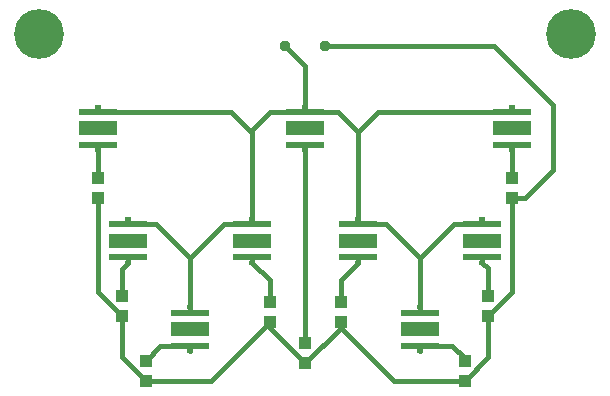
<source format=gtl>
G75*
G70*
%OFA0B0*%
%FSLAX24Y24*%
%IPPOS*%
%LPD*%
%AMOC8*
5,1,8,0,0,1.08239X$1,22.5*
%
%ADD10R,0.0433X0.0394*%
%ADD11R,0.1299X0.0512*%
%ADD12R,0.1299X0.0197*%
%ADD13R,0.0197X0.0157*%
%ADD14C,0.0376*%
%ADD15C,0.0160*%
%ADD16C,0.1660*%
D10*
X004824Y002915D03*
X004824Y003584D03*
X005612Y001419D03*
X005612Y000750D03*
X009746Y002718D03*
X009746Y003387D03*
X010927Y002009D03*
X010927Y001340D03*
X012108Y002718D03*
X012108Y003387D03*
X016242Y001419D03*
X016242Y000750D03*
X017029Y002915D03*
X017029Y003584D03*
X017817Y006852D03*
X017817Y007521D03*
X004037Y007521D03*
X004037Y006852D03*
D11*
X005029Y005415D03*
X009155Y005415D03*
X012698Y005415D03*
X016832Y005415D03*
X014765Y002462D03*
X007088Y002462D03*
X004037Y009155D03*
X010927Y009155D03*
X017817Y009155D03*
D12*
X017817Y008604D03*
X017817Y009706D03*
X016832Y005966D03*
X016832Y004864D03*
X014765Y003013D03*
X014765Y001911D03*
X012698Y004864D03*
X012698Y005966D03*
X009155Y005966D03*
X009155Y004864D03*
X007088Y003013D03*
X007088Y001911D03*
X005029Y004864D03*
X005029Y005966D03*
X004037Y008604D03*
X004037Y009706D03*
X010927Y009706D03*
X010927Y008604D03*
D13*
X010927Y008427D03*
X010927Y009883D03*
X012698Y006143D03*
X012698Y004687D03*
X014765Y003191D03*
X014765Y001734D03*
X016832Y004687D03*
X016832Y006143D03*
X017817Y008427D03*
X017817Y009883D03*
X009155Y006143D03*
X009155Y004687D03*
X007088Y003191D03*
X007088Y001734D03*
X005029Y004687D03*
X005029Y006143D03*
X004037Y008427D03*
X004037Y009883D03*
D14*
X010261Y011915D03*
X011600Y011915D03*
D15*
X004824Y001537D02*
X005612Y000750D01*
X007777Y000750D01*
X009746Y002718D01*
X009746Y002521D01*
X010927Y001340D01*
X012108Y002521D01*
X013880Y000750D01*
X016242Y000750D01*
X017029Y001537D01*
X017029Y002915D01*
X017817Y003702D01*
X017817Y006852D01*
X018269Y006852D01*
X019194Y007777D01*
X019194Y009943D01*
X017226Y011911D01*
X011604Y011911D01*
X011600Y011915D01*
X010927Y011250D02*
X010261Y011915D01*
X010927Y011250D02*
X010927Y009883D01*
X010927Y009706D01*
X012037Y009706D01*
X012698Y009045D01*
X013360Y009706D01*
X017817Y009706D01*
X017817Y009883D01*
X017817Y008604D02*
X017817Y008427D01*
X017817Y007521D01*
X016832Y006143D02*
X016832Y005966D01*
X015895Y005966D01*
X014765Y004836D01*
X013631Y005970D01*
X012702Y005970D01*
X012698Y005966D01*
X012698Y009045D01*
X010927Y008604D02*
X010927Y008427D01*
X010927Y002009D01*
X012108Y002521D02*
X012108Y002718D01*
X012108Y003387D02*
X012108Y004096D01*
X012698Y004687D01*
X012698Y004864D01*
X012698Y005966D02*
X012698Y006143D01*
X014765Y004836D02*
X014765Y003191D01*
X014765Y003013D01*
X014765Y001911D02*
X015836Y001911D01*
X016242Y001506D01*
X016242Y001419D01*
X014765Y001734D02*
X014765Y001911D01*
X017029Y003584D02*
X017029Y004490D01*
X016832Y004687D01*
X016832Y004864D01*
X009746Y004096D02*
X009746Y003387D01*
X009746Y004096D02*
X009155Y004687D01*
X009155Y004864D01*
X009155Y005966D02*
X008230Y005966D01*
X007088Y004824D01*
X007088Y003191D01*
X007088Y003013D01*
X007088Y001911D02*
X006104Y001911D01*
X005612Y001419D01*
X004824Y001537D02*
X004824Y002915D01*
X004037Y003702D01*
X004037Y006852D01*
X004037Y007521D02*
X004037Y008427D01*
X004037Y008604D01*
X004037Y009706D02*
X008458Y009706D01*
X009155Y009009D01*
X009155Y009100D01*
X009761Y009706D01*
X010927Y009706D01*
X009155Y009009D02*
X009155Y006143D01*
X009155Y005966D01*
X007088Y004824D02*
X005946Y005966D01*
X005029Y005966D01*
X005029Y006143D01*
X005029Y004864D02*
X005029Y004687D01*
X004824Y004482D01*
X004824Y003584D01*
X007088Y001911D02*
X007088Y001734D01*
X004037Y009706D02*
X004037Y009883D01*
D16*
X002069Y012305D03*
X019785Y012305D03*
M02*

</source>
